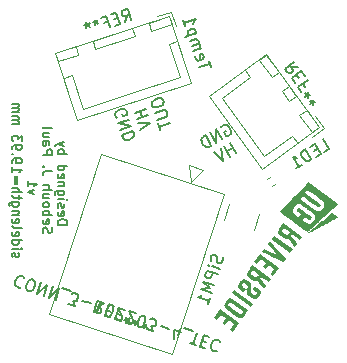
<source format=gbr>
%TF.GenerationSoftware,KiCad,Pcbnew,(6.0.8-1)-1*%
%TF.CreationDate,2022-11-16T20:22:44-05:00*%
%TF.ProjectId,Untitled,556e7469-746c-4656-942e-6b696361645f,rev?*%
%TF.SameCoordinates,Original*%
%TF.FileFunction,Legend,Bot*%
%TF.FilePolarity,Positive*%
%FSLAX46Y46*%
G04 Gerber Fmt 4.6, Leading zero omitted, Abs format (unit mm)*
G04 Created by KiCad (PCBNEW (6.0.8-1)-1) date 2022-11-16 20:22:44*
%MOMM*%
%LPD*%
G01*
G04 APERTURE LIST*
%ADD10C,0.150000*%
%ADD11C,0.120000*%
G04 APERTURE END LIST*
D10*
X94570095Y-61471428D02*
X95370095Y-61471428D01*
X95370095Y-61280952D01*
X95332000Y-61166666D01*
X95255809Y-61090476D01*
X95179619Y-61052380D01*
X95027238Y-61014285D01*
X94912952Y-61014285D01*
X94760571Y-61052380D01*
X94684380Y-61090476D01*
X94608190Y-61166666D01*
X94570095Y-61280952D01*
X94570095Y-61471428D01*
X94608190Y-60366666D02*
X94570095Y-60442857D01*
X94570095Y-60595238D01*
X94608190Y-60671428D01*
X94684380Y-60709523D01*
X94989142Y-60709523D01*
X95065333Y-60671428D01*
X95103428Y-60595238D01*
X95103428Y-60442857D01*
X95065333Y-60366666D01*
X94989142Y-60328571D01*
X94912952Y-60328571D01*
X94836761Y-60709523D01*
X94608190Y-60023809D02*
X94570095Y-59947619D01*
X94570095Y-59795238D01*
X94608190Y-59719047D01*
X94684380Y-59680952D01*
X94722476Y-59680952D01*
X94798666Y-59719047D01*
X94836761Y-59795238D01*
X94836761Y-59909523D01*
X94874857Y-59985714D01*
X94951047Y-60023809D01*
X94989142Y-60023809D01*
X95065333Y-59985714D01*
X95103428Y-59909523D01*
X95103428Y-59795238D01*
X95065333Y-59719047D01*
X94570095Y-59338095D02*
X95103428Y-59338095D01*
X95370095Y-59338095D02*
X95332000Y-59376190D01*
X95293904Y-59338095D01*
X95332000Y-59300000D01*
X95370095Y-59338095D01*
X95293904Y-59338095D01*
X95103428Y-58614285D02*
X94455809Y-58614285D01*
X94379619Y-58652380D01*
X94341523Y-58690476D01*
X94303428Y-58766666D01*
X94303428Y-58880952D01*
X94341523Y-58957142D01*
X94608190Y-58614285D02*
X94570095Y-58690476D01*
X94570095Y-58842857D01*
X94608190Y-58919047D01*
X94646285Y-58957142D01*
X94722476Y-58995238D01*
X94951047Y-58995238D01*
X95027238Y-58957142D01*
X95065333Y-58919047D01*
X95103428Y-58842857D01*
X95103428Y-58690476D01*
X95065333Y-58614285D01*
X95103428Y-58233333D02*
X94570095Y-58233333D01*
X95027238Y-58233333D02*
X95065333Y-58195238D01*
X95103428Y-58119047D01*
X95103428Y-58004761D01*
X95065333Y-57928571D01*
X94989142Y-57890476D01*
X94570095Y-57890476D01*
X94608190Y-57204761D02*
X94570095Y-57280952D01*
X94570095Y-57433333D01*
X94608190Y-57509523D01*
X94684380Y-57547619D01*
X94989142Y-57547619D01*
X95065333Y-57509523D01*
X95103428Y-57433333D01*
X95103428Y-57280952D01*
X95065333Y-57204761D01*
X94989142Y-57166666D01*
X94912952Y-57166666D01*
X94836761Y-57547619D01*
X94570095Y-56480952D02*
X95370095Y-56480952D01*
X94608190Y-56480952D02*
X94570095Y-56557142D01*
X94570095Y-56709523D01*
X94608190Y-56785714D01*
X94646285Y-56823809D01*
X94722476Y-56861904D01*
X94951047Y-56861904D01*
X95027238Y-56823809D01*
X95065333Y-56785714D01*
X95103428Y-56709523D01*
X95103428Y-56557142D01*
X95065333Y-56480952D01*
X94570095Y-55490476D02*
X95370095Y-55490476D01*
X95065333Y-55490476D02*
X95103428Y-55414285D01*
X95103428Y-55261904D01*
X95065333Y-55185714D01*
X95027238Y-55147619D01*
X94951047Y-55109523D01*
X94722476Y-55109523D01*
X94646285Y-55147619D01*
X94608190Y-55185714D01*
X94570095Y-55261904D01*
X94570095Y-55414285D01*
X94608190Y-55490476D01*
X95103428Y-54842857D02*
X94570095Y-54652380D01*
X95103428Y-54461904D02*
X94570095Y-54652380D01*
X94379619Y-54728571D01*
X94341523Y-54766666D01*
X94303428Y-54842857D01*
X93320190Y-62157142D02*
X93282095Y-62042857D01*
X93282095Y-61852380D01*
X93320190Y-61776190D01*
X93358285Y-61738095D01*
X93434476Y-61700000D01*
X93510666Y-61700000D01*
X93586857Y-61738095D01*
X93624952Y-61776190D01*
X93663047Y-61852380D01*
X93701142Y-62004761D01*
X93739238Y-62080952D01*
X93777333Y-62119047D01*
X93853523Y-62157142D01*
X93929714Y-62157142D01*
X94005904Y-62119047D01*
X94044000Y-62080952D01*
X94082095Y-62004761D01*
X94082095Y-61814285D01*
X94044000Y-61700000D01*
X93320190Y-61052380D02*
X93282095Y-61128571D01*
X93282095Y-61280952D01*
X93320190Y-61357142D01*
X93396380Y-61395238D01*
X93701142Y-61395238D01*
X93777333Y-61357142D01*
X93815428Y-61280952D01*
X93815428Y-61128571D01*
X93777333Y-61052380D01*
X93701142Y-61014285D01*
X93624952Y-61014285D01*
X93548761Y-61395238D01*
X93282095Y-60671428D02*
X94082095Y-60671428D01*
X93777333Y-60671428D02*
X93815428Y-60595238D01*
X93815428Y-60442857D01*
X93777333Y-60366666D01*
X93739238Y-60328571D01*
X93663047Y-60290476D01*
X93434476Y-60290476D01*
X93358285Y-60328571D01*
X93320190Y-60366666D01*
X93282095Y-60442857D01*
X93282095Y-60595238D01*
X93320190Y-60671428D01*
X93282095Y-59833333D02*
X93320190Y-59909523D01*
X93358285Y-59947619D01*
X93434476Y-59985714D01*
X93663047Y-59985714D01*
X93739238Y-59947619D01*
X93777333Y-59909523D01*
X93815428Y-59833333D01*
X93815428Y-59719047D01*
X93777333Y-59642857D01*
X93739238Y-59604761D01*
X93663047Y-59566666D01*
X93434476Y-59566666D01*
X93358285Y-59604761D01*
X93320190Y-59642857D01*
X93282095Y-59719047D01*
X93282095Y-59833333D01*
X93815428Y-58880952D02*
X93282095Y-58880952D01*
X93815428Y-59223809D02*
X93396380Y-59223809D01*
X93320190Y-59185714D01*
X93282095Y-59109523D01*
X93282095Y-58995238D01*
X93320190Y-58919047D01*
X93358285Y-58880952D01*
X93282095Y-58500000D02*
X94082095Y-58500000D01*
X93282095Y-58157142D02*
X93701142Y-58157142D01*
X93777333Y-58195238D01*
X93815428Y-58271428D01*
X93815428Y-58385714D01*
X93777333Y-58461904D01*
X93739238Y-58500000D01*
X94082095Y-56938095D02*
X93510666Y-56938095D01*
X93396380Y-56976190D01*
X93320190Y-57052380D01*
X93282095Y-57166666D01*
X93282095Y-57242857D01*
X93358285Y-56557142D02*
X93320190Y-56519047D01*
X93282095Y-56557142D01*
X93320190Y-56595238D01*
X93358285Y-56557142D01*
X93282095Y-56557142D01*
X93282095Y-55566666D02*
X94082095Y-55566666D01*
X94082095Y-55261904D01*
X94044000Y-55185714D01*
X94005904Y-55147619D01*
X93929714Y-55109523D01*
X93815428Y-55109523D01*
X93739238Y-55147619D01*
X93701142Y-55185714D01*
X93663047Y-55261904D01*
X93663047Y-55566666D01*
X93282095Y-54423809D02*
X93701142Y-54423809D01*
X93777333Y-54461904D01*
X93815428Y-54538095D01*
X93815428Y-54690476D01*
X93777333Y-54766666D01*
X93320190Y-54423809D02*
X93282095Y-54500000D01*
X93282095Y-54690476D01*
X93320190Y-54766666D01*
X93396380Y-54804761D01*
X93472571Y-54804761D01*
X93548761Y-54766666D01*
X93586857Y-54690476D01*
X93586857Y-54500000D01*
X93624952Y-54423809D01*
X93815428Y-53700000D02*
X93282095Y-53700000D01*
X93815428Y-54042857D02*
X93396380Y-54042857D01*
X93320190Y-54004761D01*
X93282095Y-53928571D01*
X93282095Y-53814285D01*
X93320190Y-53738095D01*
X93358285Y-53700000D01*
X93282095Y-53204761D02*
X93320190Y-53280952D01*
X93396380Y-53319047D01*
X94082095Y-53319047D01*
X92527428Y-58880952D02*
X91994095Y-58690476D01*
X92527428Y-58500000D01*
X91994095Y-57776190D02*
X91994095Y-58233333D01*
X91994095Y-58004761D02*
X92794095Y-58004761D01*
X92679809Y-58080952D01*
X92603619Y-58157142D01*
X92565523Y-58233333D01*
X90744190Y-64214285D02*
X90706095Y-64138095D01*
X90706095Y-63985714D01*
X90744190Y-63909523D01*
X90820380Y-63871428D01*
X90858476Y-63871428D01*
X90934666Y-63909523D01*
X90972761Y-63985714D01*
X90972761Y-64100000D01*
X91010857Y-64176190D01*
X91087047Y-64214285D01*
X91125142Y-64214285D01*
X91201333Y-64176190D01*
X91239428Y-64100000D01*
X91239428Y-63985714D01*
X91201333Y-63909523D01*
X90706095Y-63528571D02*
X91239428Y-63528571D01*
X91506095Y-63528571D02*
X91468000Y-63566666D01*
X91429904Y-63528571D01*
X91468000Y-63490476D01*
X91506095Y-63528571D01*
X91429904Y-63528571D01*
X90706095Y-62804761D02*
X91506095Y-62804761D01*
X90744190Y-62804761D02*
X90706095Y-62880952D01*
X90706095Y-63033333D01*
X90744190Y-63109523D01*
X90782285Y-63147619D01*
X90858476Y-63185714D01*
X91087047Y-63185714D01*
X91163238Y-63147619D01*
X91201333Y-63109523D01*
X91239428Y-63033333D01*
X91239428Y-62880952D01*
X91201333Y-62804761D01*
X90744190Y-62119047D02*
X90706095Y-62195238D01*
X90706095Y-62347619D01*
X90744190Y-62423809D01*
X90820380Y-62461904D01*
X91125142Y-62461904D01*
X91201333Y-62423809D01*
X91239428Y-62347619D01*
X91239428Y-62195238D01*
X91201333Y-62119047D01*
X91125142Y-62080952D01*
X91048952Y-62080952D01*
X90972761Y-62461904D01*
X90706095Y-61623809D02*
X90744190Y-61700000D01*
X90820380Y-61738095D01*
X91506095Y-61738095D01*
X90744190Y-61014285D02*
X90706095Y-61090476D01*
X90706095Y-61242857D01*
X90744190Y-61319047D01*
X90820380Y-61357142D01*
X91125142Y-61357142D01*
X91201333Y-61319047D01*
X91239428Y-61242857D01*
X91239428Y-61090476D01*
X91201333Y-61014285D01*
X91125142Y-60976190D01*
X91048952Y-60976190D01*
X90972761Y-61357142D01*
X91239428Y-60633333D02*
X90706095Y-60633333D01*
X91163238Y-60633333D02*
X91201333Y-60595238D01*
X91239428Y-60519047D01*
X91239428Y-60404761D01*
X91201333Y-60328571D01*
X91125142Y-60290476D01*
X90706095Y-60290476D01*
X91239428Y-59566666D02*
X90591809Y-59566666D01*
X90515619Y-59604761D01*
X90477523Y-59642857D01*
X90439428Y-59719047D01*
X90439428Y-59833333D01*
X90477523Y-59909523D01*
X90744190Y-59566666D02*
X90706095Y-59642857D01*
X90706095Y-59795238D01*
X90744190Y-59871428D01*
X90782285Y-59909523D01*
X90858476Y-59947619D01*
X91087047Y-59947619D01*
X91163238Y-59909523D01*
X91201333Y-59871428D01*
X91239428Y-59795238D01*
X91239428Y-59642857D01*
X91201333Y-59566666D01*
X91239428Y-59300000D02*
X91239428Y-58995238D01*
X91506095Y-59185714D02*
X90820380Y-59185714D01*
X90744190Y-59147619D01*
X90706095Y-59071428D01*
X90706095Y-58995238D01*
X90706095Y-58728571D02*
X91506095Y-58728571D01*
X90706095Y-58385714D02*
X91125142Y-58385714D01*
X91201333Y-58423809D01*
X91239428Y-58500000D01*
X91239428Y-58614285D01*
X91201333Y-58690476D01*
X91163238Y-58728571D01*
X91125142Y-58004761D02*
X91125142Y-57395238D01*
X90896571Y-57395238D02*
X90896571Y-58004761D01*
X90706095Y-56595238D02*
X90706095Y-57052380D01*
X90706095Y-56823809D02*
X91506095Y-56823809D01*
X91391809Y-56900000D01*
X91315619Y-56976190D01*
X91277523Y-57052380D01*
X90706095Y-56214285D02*
X90706095Y-56061904D01*
X90744190Y-55985714D01*
X90782285Y-55947619D01*
X90896571Y-55871428D01*
X91048952Y-55833333D01*
X91353714Y-55833333D01*
X91429904Y-55871428D01*
X91468000Y-55909523D01*
X91506095Y-55985714D01*
X91506095Y-56138095D01*
X91468000Y-56214285D01*
X91429904Y-56252380D01*
X91353714Y-56290476D01*
X91163238Y-56290476D01*
X91087047Y-56252380D01*
X91048952Y-56214285D01*
X91010857Y-56138095D01*
X91010857Y-55985714D01*
X91048952Y-55909523D01*
X91087047Y-55871428D01*
X91163238Y-55833333D01*
X90782285Y-55490476D02*
X90744190Y-55452380D01*
X90706095Y-55490476D01*
X90744190Y-55528571D01*
X90782285Y-55490476D01*
X90706095Y-55490476D01*
X90706095Y-55071428D02*
X90706095Y-54919047D01*
X90744190Y-54842857D01*
X90782285Y-54804761D01*
X90896571Y-54728571D01*
X91048952Y-54690476D01*
X91353714Y-54690476D01*
X91429904Y-54728571D01*
X91468000Y-54766666D01*
X91506095Y-54842857D01*
X91506095Y-54995238D01*
X91468000Y-55071428D01*
X91429904Y-55109523D01*
X91353714Y-55147619D01*
X91163238Y-55147619D01*
X91087047Y-55109523D01*
X91048952Y-55071428D01*
X91010857Y-54995238D01*
X91010857Y-54842857D01*
X91048952Y-54766666D01*
X91087047Y-54728571D01*
X91163238Y-54690476D01*
X91506095Y-54423809D02*
X91506095Y-53928571D01*
X91201333Y-54195238D01*
X91201333Y-54080952D01*
X91163238Y-54004761D01*
X91125142Y-53966666D01*
X91048952Y-53928571D01*
X90858476Y-53928571D01*
X90782285Y-53966666D01*
X90744190Y-54004761D01*
X90706095Y-54080952D01*
X90706095Y-54309523D01*
X90744190Y-54385714D01*
X90782285Y-54423809D01*
X90706095Y-52976190D02*
X91239428Y-52976190D01*
X91163238Y-52976190D02*
X91201333Y-52938095D01*
X91239428Y-52861904D01*
X91239428Y-52747619D01*
X91201333Y-52671428D01*
X91125142Y-52633333D01*
X90706095Y-52633333D01*
X91125142Y-52633333D02*
X91201333Y-52595238D01*
X91239428Y-52519047D01*
X91239428Y-52404761D01*
X91201333Y-52328571D01*
X91125142Y-52290476D01*
X90706095Y-52290476D01*
X90706095Y-51909523D02*
X91239428Y-51909523D01*
X91163238Y-51909523D02*
X91201333Y-51871428D01*
X91239428Y-51795238D01*
X91239428Y-51680952D01*
X91201333Y-51604761D01*
X91125142Y-51566666D01*
X90706095Y-51566666D01*
X91125142Y-51566666D02*
X91201333Y-51528571D01*
X91239428Y-51452380D01*
X91239428Y-51338095D01*
X91201333Y-51261904D01*
X91125142Y-51223809D01*
X90706095Y-51223809D01*
X117095314Y-55332249D02*
X117507707Y-55094154D01*
X117007707Y-54228128D01*
X116544734Y-55045283D02*
X116256059Y-55211950D01*
X116394245Y-55737011D02*
X116806639Y-55498916D01*
X116306639Y-54632890D01*
X115894245Y-54870986D01*
X116023092Y-55951297D02*
X115523092Y-55085271D01*
X115316895Y-55204319D01*
X115216987Y-55316987D01*
X115182127Y-55447084D01*
X115188507Y-55553373D01*
X115242506Y-55742139D01*
X115313934Y-55865857D01*
X115450412Y-56007005D01*
X115539270Y-56065674D01*
X115669368Y-56100534D01*
X115816895Y-56070344D01*
X116023092Y-55951297D01*
X114703434Y-56713201D02*
X115198306Y-56427487D01*
X114950870Y-56570344D02*
X114450870Y-55704319D01*
X114604777Y-55780418D01*
X114734875Y-55815277D01*
X114841163Y-55808898D01*
X99557829Y-52427411D02*
X99483110Y-52351549D01*
X99438965Y-52215684D01*
X99440108Y-52065103D01*
X99501255Y-51945096D01*
X99577116Y-51870378D01*
X99743555Y-51766229D01*
X99879420Y-51722084D01*
X100075289Y-51708512D01*
X100180581Y-51724370D01*
X100300588Y-51785516D01*
X100390021Y-51906667D01*
X100419452Y-51997243D01*
X100418308Y-52147824D01*
X100387735Y-52207827D01*
X100070716Y-52310833D01*
X100011856Y-52129679D01*
X100610748Y-52585993D02*
X99659691Y-52895010D01*
X100787329Y-53129454D01*
X99836272Y-53438471D01*
X100934480Y-53582338D02*
X99983423Y-53891355D01*
X100056999Y-54117797D01*
X100146433Y-54238947D01*
X100266440Y-54300093D01*
X100371731Y-54315952D01*
X100567600Y-54302380D01*
X100703465Y-54258234D01*
X100869904Y-54154086D01*
X100945766Y-54079367D01*
X101006912Y-53959360D01*
X101008055Y-53808780D01*
X100934480Y-53582338D01*
X102009513Y-51680880D02*
X101058456Y-51989897D01*
X101511340Y-51842746D02*
X101687922Y-52386207D01*
X102186094Y-52224341D02*
X101235038Y-52533358D01*
X101338043Y-52850377D02*
X102392105Y-52858379D01*
X101544055Y-53484414D01*
X102501367Y-51220650D02*
X102560227Y-51401803D01*
X102634946Y-51477665D01*
X102754953Y-51538812D01*
X102950822Y-51525240D01*
X103267840Y-51422234D01*
X103434279Y-51318085D01*
X103495426Y-51198078D01*
X103511284Y-51092786D01*
X103452423Y-50911633D01*
X103377705Y-50835771D01*
X103257698Y-50774624D01*
X103061829Y-50788196D01*
X102744810Y-50891202D01*
X102578372Y-50995351D01*
X102517225Y-51115358D01*
X102501367Y-51220650D01*
X102766239Y-52035841D02*
X103536141Y-51785684D01*
X103641433Y-51801542D01*
X103701437Y-51832116D01*
X103776155Y-51907978D01*
X103835016Y-52089131D01*
X103819158Y-52194423D01*
X103788584Y-52254427D01*
X103712723Y-52329145D01*
X102942820Y-52579302D01*
X103045825Y-52896321D02*
X103222406Y-53439781D01*
X104085172Y-52859034D02*
X103134116Y-53168051D01*
X108525058Y-64255032D02*
X108526201Y-64405612D01*
X108452625Y-64632055D01*
X108377907Y-64707916D01*
X108317903Y-64738490D01*
X108212611Y-64754348D01*
X108122034Y-64724918D01*
X108046173Y-64650199D01*
X108015599Y-64590195D01*
X107999741Y-64484904D01*
X108013313Y-64289035D01*
X107997455Y-64183743D01*
X107966882Y-64123739D01*
X107891020Y-64049021D01*
X107800443Y-64019591D01*
X107695151Y-64035449D01*
X107635148Y-64066022D01*
X107560429Y-64141884D01*
X107486854Y-64368326D01*
X107487997Y-64518906D01*
X108261329Y-65220804D02*
X107627291Y-65014792D01*
X107310272Y-64911787D02*
X107370276Y-64881213D01*
X107400849Y-64941217D01*
X107340846Y-64971790D01*
X107310272Y-64911787D01*
X107400849Y-64941217D01*
X108114178Y-65673688D02*
X107163122Y-65364671D01*
X107045401Y-65726978D01*
X107061259Y-65832270D01*
X107091832Y-65892273D01*
X107167694Y-65966992D01*
X107303559Y-66011137D01*
X107408851Y-65995279D01*
X107468855Y-65964706D01*
X107543573Y-65888844D01*
X107661294Y-65526537D01*
X107805161Y-66624744D02*
X106854105Y-66315727D01*
X107430425Y-66853473D01*
X106648093Y-66949765D01*
X107599150Y-67258782D01*
X107290133Y-68209839D02*
X107466714Y-67666378D01*
X107378423Y-67938108D02*
X106427367Y-67629091D01*
X106592662Y-67582660D01*
X106712669Y-67521513D01*
X106787388Y-67445651D01*
X108407328Y-53188884D02*
X108465997Y-53100026D01*
X108589715Y-53028597D01*
X108737243Y-52998408D01*
X108867340Y-53033268D01*
X108956199Y-53091937D01*
X109092676Y-53233085D01*
X109164105Y-53356802D01*
X109218104Y-53545569D01*
X109224483Y-53651857D01*
X109189624Y-53781955D01*
X109089715Y-53894623D01*
X109007237Y-53942242D01*
X108859709Y-53972431D01*
X108794661Y-53955001D01*
X108627994Y-53666326D01*
X108792951Y-53571088D01*
X108471126Y-54251766D02*
X107971126Y-53385740D01*
X107976254Y-54537480D01*
X107476254Y-53671455D01*
X107563861Y-54775575D02*
X107063861Y-53909550D01*
X106857665Y-54028597D01*
X106757756Y-54141265D01*
X106722897Y-54271363D01*
X106729276Y-54377651D01*
X106783275Y-54566418D01*
X106854704Y-54690136D01*
X106991181Y-54831284D01*
X107080039Y-54889953D01*
X107210137Y-54924812D01*
X107357665Y-54894623D01*
X107563861Y-54775575D01*
X109647280Y-55431781D02*
X109147280Y-54565756D01*
X109385375Y-54978149D02*
X108890503Y-55263863D01*
X109152408Y-55717495D02*
X108652408Y-54851470D01*
X108363733Y-55018137D02*
X108575058Y-56050829D01*
X107786382Y-55351470D01*
X107534498Y-48127264D02*
X107357917Y-47583803D01*
X106495151Y-48164550D02*
X107446208Y-47855533D01*
X106231423Y-47198779D02*
X106215564Y-47304070D01*
X106274425Y-47485224D01*
X106349143Y-47561086D01*
X106454435Y-47576944D01*
X106816743Y-47459223D01*
X106892604Y-47384505D01*
X106908462Y-47279213D01*
X106849602Y-47098059D01*
X106774883Y-47022197D01*
X106669592Y-47006339D01*
X106579015Y-47035769D01*
X106635589Y-47518084D01*
X106038983Y-46760610D02*
X106673021Y-46554598D01*
X106582444Y-46584028D02*
X106613017Y-46524025D01*
X106628876Y-46418733D01*
X106584730Y-46282868D01*
X106510012Y-46207006D01*
X106404720Y-46191148D01*
X105906547Y-46353014D01*
X106404720Y-46191148D02*
X106480582Y-46116429D01*
X106496440Y-46011137D01*
X106452294Y-45875272D01*
X106377576Y-45799410D01*
X106272284Y-45783552D01*
X105774112Y-45945418D01*
X106260998Y-45286523D02*
X105309942Y-45595540D01*
X106215710Y-45301238D02*
X106231568Y-45195946D01*
X106172708Y-45014792D01*
X106097989Y-44938931D01*
X106037986Y-44908357D01*
X105932694Y-44892499D01*
X105660963Y-44980790D01*
X105585102Y-45055508D01*
X105554528Y-45115512D01*
X105538670Y-45220804D01*
X105597530Y-45401957D01*
X105672249Y-45477819D01*
X105185508Y-44133882D02*
X105362089Y-44677343D01*
X105273798Y-44405612D02*
X106224855Y-44096595D01*
X106118420Y-44231318D01*
X106057273Y-44351325D01*
X106041415Y-44456616D01*
%TO.C,REF\u002A\u002A*%
X100233216Y-44342662D02*
X100403084Y-43786772D01*
X100776677Y-44166081D02*
X100467660Y-43215024D01*
X100105353Y-43332745D01*
X100029491Y-43407463D01*
X99998918Y-43467467D01*
X99983060Y-43572759D01*
X100027205Y-43708624D01*
X100101924Y-43784486D01*
X100161927Y-43815059D01*
X100267219Y-43830917D01*
X100629526Y-43713196D01*
X99663755Y-43976925D02*
X99346736Y-44079931D01*
X99372737Y-44622248D02*
X99825621Y-44475098D01*
X99516604Y-43524041D01*
X99063720Y-43671192D01*
X98486256Y-44359518D02*
X98803275Y-44256512D01*
X98965141Y-44754684D02*
X98656124Y-43803628D01*
X98203240Y-43950779D01*
X97705067Y-44112645D02*
X97778643Y-44339087D01*
X97975655Y-44174935D02*
X97778643Y-44339087D01*
X97522771Y-44322086D01*
X97973368Y-44476095D02*
X97778643Y-44339087D01*
X97701638Y-44564386D01*
X96980453Y-44348086D02*
X97054028Y-44574528D01*
X97251040Y-44410376D02*
X97054028Y-44574528D01*
X96798156Y-44557527D01*
X97248754Y-44711537D02*
X97054028Y-44574528D01*
X96977024Y-44799827D01*
X98461201Y-68100645D02*
X97997031Y-68450523D01*
X97917740Y-67924064D02*
X97608723Y-68875120D01*
X97971030Y-68992841D01*
X98076322Y-68976983D01*
X98136325Y-68946410D01*
X98211044Y-68870548D01*
X98255189Y-68734683D01*
X98239331Y-68629391D01*
X98208758Y-68569387D01*
X98132896Y-68494669D01*
X97770589Y-68376948D01*
X98706930Y-68731253D02*
X99023949Y-68834259D01*
X99321680Y-68380232D02*
X98868796Y-68233081D01*
X98559779Y-69184137D01*
X99012663Y-69331288D01*
X99884429Y-69113846D02*
X99567410Y-69010840D01*
X99729276Y-68512668D02*
X99420259Y-69463724D01*
X99873143Y-69610875D01*
X100371315Y-69772741D02*
X100444891Y-69546299D01*
X100189019Y-69563300D02*
X100444891Y-69546299D01*
X100641903Y-69710451D01*
X100367886Y-69321000D02*
X100444891Y-69546299D01*
X100639616Y-69409291D01*
X101095930Y-70008183D02*
X101169505Y-69781741D01*
X100913633Y-69798742D02*
X101169505Y-69781741D01*
X101366517Y-69945893D01*
X101092501Y-69556442D02*
X101169505Y-69781741D01*
X101364231Y-69644732D01*
X91706442Y-66006030D02*
X91675869Y-65946027D01*
X91554719Y-65856593D01*
X91464142Y-65827163D01*
X91313562Y-65828306D01*
X91193555Y-65889453D01*
X91118836Y-65965314D01*
X91014687Y-66131753D01*
X90970542Y-66267618D01*
X90956970Y-66463487D01*
X90972828Y-66568779D01*
X91033975Y-66688786D01*
X91155125Y-66778219D01*
X91245702Y-66807650D01*
X91396282Y-66806506D01*
X91456286Y-66775933D01*
X92015605Y-67057806D02*
X92196758Y-67116667D01*
X92302050Y-67100808D01*
X92422057Y-67039662D01*
X92526206Y-66873223D01*
X92629212Y-66556204D01*
X92642784Y-66360336D01*
X92581637Y-66240329D01*
X92505775Y-66165610D01*
X92324622Y-66106750D01*
X92219330Y-66122608D01*
X92099323Y-66183754D01*
X91995174Y-66350193D01*
X91892168Y-66667212D01*
X91878596Y-66863081D01*
X91939743Y-66983088D01*
X92015605Y-67057806D01*
X93139813Y-66371621D02*
X92830796Y-67322678D01*
X93683274Y-66548202D01*
X93374257Y-67499259D01*
X94136158Y-66695353D02*
X93827141Y-67646410D01*
X94679619Y-66871935D01*
X94370602Y-67822991D01*
X94935491Y-66854933D02*
X95660105Y-67090375D01*
X95457523Y-68176153D02*
X96046273Y-68367450D01*
X95846975Y-67902137D01*
X95982840Y-67946282D01*
X96088132Y-67930424D01*
X96148135Y-67899850D01*
X96222854Y-67823989D01*
X96296429Y-67597547D01*
X96280571Y-67492255D01*
X96249998Y-67432251D01*
X96174136Y-67357533D01*
X95902406Y-67269242D01*
X95797114Y-67285100D01*
X95737110Y-67315674D01*
X96645165Y-67911136D02*
X97369779Y-68146578D01*
X98438556Y-68093287D02*
X97895095Y-67916706D01*
X98166826Y-68004997D02*
X97857809Y-68956053D01*
X97811377Y-68790758D01*
X97750231Y-68670751D01*
X97674369Y-68596032D01*
X98718289Y-69235640D02*
X98808865Y-69265070D01*
X98914157Y-69249212D01*
X98974161Y-69218639D01*
X99048879Y-69142777D01*
X99153028Y-68976339D01*
X99226604Y-68749897D01*
X99240176Y-68554028D01*
X99224317Y-68448736D01*
X99193744Y-68388732D01*
X99117882Y-68314014D01*
X99027306Y-68284584D01*
X98922014Y-68300442D01*
X98862010Y-68331015D01*
X98787292Y-68406877D01*
X98683143Y-68573315D01*
X98609567Y-68799757D01*
X98595995Y-68995626D01*
X98611854Y-69100918D01*
X98642427Y-69160922D01*
X98718289Y-69235640D01*
X99427045Y-69365790D02*
X99457618Y-69425793D01*
X99533480Y-69500512D01*
X99759922Y-69574087D01*
X99865214Y-69558229D01*
X99925217Y-69527656D01*
X99999936Y-69451794D01*
X100029366Y-69361217D01*
X100028223Y-69210637D01*
X99661343Y-68490595D01*
X100250093Y-68681891D01*
X100332813Y-69660092D02*
X100363386Y-69720095D01*
X100439248Y-69794814D01*
X100665690Y-69868389D01*
X100770982Y-69852531D01*
X100830985Y-69821958D01*
X100905704Y-69746096D01*
X100935134Y-69655519D01*
X100933991Y-69504939D01*
X100567111Y-68784897D01*
X101155861Y-68976193D01*
X101435593Y-70118546D02*
X101526170Y-70147976D01*
X101631462Y-70132118D01*
X101691465Y-70101545D01*
X101766184Y-70025683D01*
X101870333Y-69859244D01*
X101943908Y-69632802D01*
X101957480Y-69436934D01*
X101941622Y-69331642D01*
X101911048Y-69271638D01*
X101835187Y-69196920D01*
X101744610Y-69167489D01*
X101639318Y-69183348D01*
X101579315Y-69213921D01*
X101504596Y-69289783D01*
X101400447Y-69456221D01*
X101326872Y-69682663D01*
X101313300Y-69878532D01*
X101329158Y-69983824D01*
X101359731Y-70043827D01*
X101435593Y-70118546D01*
X102069631Y-70324557D02*
X102658380Y-70515853D01*
X102459082Y-70050541D01*
X102594947Y-70094686D01*
X102700239Y-70078828D01*
X102760242Y-70048254D01*
X102834961Y-69972393D01*
X102908537Y-69745951D01*
X102892678Y-69640659D01*
X102862105Y-69580655D01*
X102786243Y-69505937D01*
X102514513Y-69417646D01*
X102409221Y-69433504D01*
X102349217Y-69464078D01*
X103257272Y-70059540D02*
X103981886Y-70294982D01*
X104754075Y-70846299D02*
X104960087Y-70212261D01*
X104409913Y-71135031D02*
X104404197Y-70382129D01*
X104992946Y-70573425D01*
X105261247Y-70209975D02*
X105985862Y-70445416D01*
X105737991Y-71516480D02*
X106281452Y-71693061D01*
X106318739Y-70653714D02*
X106009722Y-71604770D01*
X106745622Y-71343183D02*
X107062641Y-71446188D01*
X107360372Y-70992161D02*
X106907488Y-70845010D01*
X106598471Y-71796067D01*
X107051355Y-71943218D01*
X108281999Y-71391755D02*
X108251425Y-71331751D01*
X108130275Y-71242318D01*
X108039698Y-71212888D01*
X107889118Y-71214031D01*
X107769111Y-71275177D01*
X107694392Y-71351039D01*
X107590244Y-71517478D01*
X107546098Y-71653343D01*
X107532526Y-71849211D01*
X107548385Y-71954503D01*
X107609531Y-72074510D01*
X107730681Y-72163944D01*
X107821258Y-72193374D01*
X107971838Y-72192231D01*
X108031842Y-72161658D01*
X101835943Y-70248627D02*
X101909518Y-70022185D01*
X101653646Y-70039186D02*
X101909518Y-70022185D01*
X102106530Y-70186337D01*
X101832514Y-69796886D02*
X101909518Y-70022185D01*
X102104244Y-69885177D01*
X114919549Y-48157498D02*
X114338374Y-48167724D01*
X114583671Y-47695203D02*
X113774654Y-48282988D01*
X113998573Y-48591185D01*
X114093077Y-48640245D01*
X114159591Y-48650779D01*
X114264630Y-48633324D01*
X114380204Y-48549355D01*
X114429264Y-48454851D01*
X114439798Y-48388337D01*
X114422343Y-48283298D01*
X114198425Y-47975101D01*
X114747686Y-48812107D02*
X114943614Y-49081780D01*
X115451354Y-48889466D02*
X115171457Y-48504220D01*
X114362440Y-49092005D01*
X114642337Y-49477251D01*
X115475420Y-49813747D02*
X115279492Y-49544075D01*
X115703262Y-49236188D02*
X114894245Y-49823973D01*
X115174143Y-50209219D01*
X115482031Y-50632990D02*
X115674654Y-50493041D01*
X115457656Y-50356397D02*
X115674654Y-50493041D01*
X115737553Y-50741644D01*
X115744783Y-50265508D02*
X115674654Y-50493041D01*
X115912722Y-50496656D01*
X115929867Y-51249384D02*
X116122490Y-51109435D01*
X115905492Y-50972791D02*
X116122490Y-51109435D01*
X116185390Y-51358038D01*
X116192619Y-50881902D02*
X116122490Y-51109435D01*
X116360558Y-51113050D01*
D11*
X102971894Y-43818320D02*
X104160714Y-43432049D01*
X103968102Y-43810071D02*
X104199865Y-44523364D01*
X97500918Y-45911387D02*
X100829616Y-44829827D01*
X97732681Y-46624679D02*
X97500918Y-45911387D01*
X94349831Y-46924722D02*
X103974523Y-43797470D01*
X94594194Y-47644435D02*
X94362432Y-46931143D01*
X101061379Y-45543120D02*
X97732681Y-46624679D01*
X104861698Y-48987328D02*
X100772155Y-50316101D01*
X95771012Y-48839257D02*
X96682612Y-51644874D01*
X100829616Y-44829827D02*
X101061379Y-45543120D01*
X96306096Y-47088205D02*
X94594194Y-47644435D01*
X94362432Y-46931143D02*
X96074333Y-46374912D01*
X103950098Y-46181711D02*
X104861698Y-48987328D01*
X96074333Y-46374912D02*
X96306096Y-47088205D01*
X95057720Y-49071020D02*
X95771012Y-48839257D01*
X104199865Y-44523364D02*
X102487963Y-45079594D01*
X105819354Y-49475278D02*
X96194662Y-52602530D01*
X104160714Y-43432049D02*
X104546986Y-44620870D01*
X102487963Y-45079594D02*
X102256201Y-44366302D01*
X96682612Y-51644874D02*
X100772155Y-50316101D01*
X104663391Y-45949948D02*
X103950098Y-46181711D01*
X96194662Y-52602530D02*
X94349831Y-46924722D01*
X103974523Y-43797470D02*
X105819354Y-49475278D01*
X102256201Y-44366302D02*
X103968102Y-43810071D01*
X105647572Y-56462737D02*
X105859042Y-57866805D01*
X93822785Y-69018815D02*
X98210393Y-55515144D01*
X105859042Y-57866805D02*
X106855414Y-56855189D01*
X104210224Y-72393899D02*
X93822785Y-69018815D01*
X108597832Y-58890228D02*
X104210224Y-72393899D01*
X98210393Y-55515144D02*
X108597832Y-58890228D01*
X106855414Y-56855189D02*
X105647572Y-56462737D01*
X112252343Y-57582881D02*
X112500940Y-57402266D01*
X112699060Y-58197734D02*
X112947657Y-58017119D01*
X108586774Y-61056178D02*
X109026352Y-59703296D01*
X111173648Y-61896704D02*
X111613226Y-60543822D01*
X115016168Y-52207528D02*
X115622931Y-51766689D01*
X110834327Y-49003670D02*
X108447727Y-50737636D01*
X114860656Y-54545436D02*
X114419817Y-53938674D01*
X107386157Y-50569500D02*
X112215988Y-47060422D01*
X114134490Y-50994002D02*
X113546705Y-50184985D01*
X116074181Y-53663758D02*
X115016168Y-52207528D01*
X114419817Y-53938674D02*
X112033217Y-55672640D01*
X111607013Y-47515229D02*
X112213776Y-47074390D01*
X117099985Y-53289289D02*
X116088713Y-54024021D01*
X112033217Y-55672640D02*
X110240472Y-53205138D01*
X114741253Y-50553163D02*
X114134490Y-50994002D01*
X112213776Y-47074390D02*
X113271790Y-48530621D01*
X116680944Y-53222919D02*
X116074181Y-53663758D01*
X115622931Y-51766689D02*
X116680944Y-53222919D01*
X116365253Y-52278018D02*
X117099985Y-53289289D01*
X113271790Y-48530621D02*
X112665027Y-48971460D01*
X112665027Y-48971460D02*
X111607013Y-47515229D01*
X116694912Y-53225132D02*
X111865081Y-56734210D01*
X113546705Y-50184985D02*
X114153467Y-49744146D01*
X114153467Y-49744146D02*
X114741253Y-50553163D01*
X112215988Y-47060422D02*
X116694912Y-53225132D01*
X110393488Y-48396907D02*
X110834327Y-49003670D01*
X111865081Y-56734210D02*
X107386157Y-50569500D01*
X108447727Y-50737636D02*
X110240472Y-53205138D01*
%TO.C,G\u002A\u002A\u002A*%
G36*
X110406520Y-66103095D02*
G01*
X110476613Y-66123520D01*
X110484991Y-66127084D01*
X110502757Y-66136076D01*
X110524561Y-66148958D01*
X110551940Y-66166742D01*
X110586425Y-66190441D01*
X110629550Y-66221066D01*
X110682850Y-66259631D01*
X110720249Y-66286940D01*
X110767184Y-66321683D01*
X110804537Y-66350236D01*
X110833798Y-66373957D01*
X110856457Y-66394208D01*
X110874008Y-66412349D01*
X110887937Y-66429740D01*
X110899739Y-66447741D01*
X110910902Y-66467713D01*
X110913010Y-66471748D01*
X110926778Y-66502086D01*
X110937415Y-66534441D01*
X110944978Y-66570371D01*
X110949527Y-66611437D01*
X110951120Y-66659199D01*
X110949820Y-66715217D01*
X110945681Y-66781051D01*
X110938765Y-66858259D01*
X110929131Y-66948405D01*
X110926716Y-66970406D01*
X110921273Y-67025759D01*
X110917221Y-67075997D01*
X110914710Y-67118747D01*
X110913893Y-67151639D01*
X110914919Y-67172300D01*
X110915420Y-67175655D01*
X110920461Y-67200269D01*
X110928395Y-67221868D01*
X110940800Y-67242288D01*
X110959257Y-67263369D01*
X110985345Y-67286947D01*
X111020643Y-67314861D01*
X111066731Y-67348948D01*
X111070708Y-67351838D01*
X111107703Y-67378593D01*
X111135375Y-67398079D01*
X111156075Y-67411612D01*
X111172154Y-67420504D01*
X111185965Y-67426071D01*
X111199856Y-67429626D01*
X111216182Y-67432484D01*
X111249893Y-67434131D01*
X111292892Y-67424007D01*
X111332090Y-67399897D01*
X111366878Y-67362083D01*
X111386825Y-67329164D01*
X111401454Y-67284358D01*
X111401629Y-67240085D01*
X111387266Y-67197007D01*
X111366811Y-67157098D01*
X111082800Y-66950752D01*
X111273374Y-66688450D01*
X111445962Y-66813842D01*
X111476108Y-66835859D01*
X111526635Y-66873350D01*
X111570075Y-66906377D01*
X111605170Y-66933958D01*
X111630658Y-66955115D01*
X111645285Y-66968870D01*
X111672120Y-67001946D01*
X111707299Y-67062284D01*
X111728343Y-67126553D01*
X111735245Y-67194558D01*
X111727989Y-67266107D01*
X111706567Y-67341009D01*
X111670969Y-67419069D01*
X111657859Y-67441731D01*
X111630677Y-67483058D01*
X111597874Y-67528248D01*
X111562076Y-67573989D01*
X111525908Y-67616973D01*
X111491990Y-67653889D01*
X111462949Y-67681429D01*
X111450985Y-67691287D01*
X111388067Y-67734553D01*
X111324740Y-67763360D01*
X111260106Y-67777930D01*
X111193267Y-67778484D01*
X111123324Y-67765245D01*
X111121470Y-67764723D01*
X111108539Y-67760745D01*
X111095832Y-67755853D01*
X111081823Y-67749090D01*
X111064986Y-67739497D01*
X111043795Y-67726116D01*
X111016723Y-67707989D01*
X110982246Y-67684158D01*
X110938838Y-67653664D01*
X110884973Y-67615549D01*
X110848651Y-67589739D01*
X110794403Y-67550751D01*
X110750280Y-67518172D01*
X110714970Y-67490810D01*
X110687168Y-67467470D01*
X110665563Y-67446959D01*
X110648847Y-67428086D01*
X110635711Y-67409656D01*
X110624847Y-67390476D01*
X110614945Y-67369352D01*
X110609455Y-67356163D01*
X110597982Y-67322046D01*
X110589744Y-67285055D01*
X110584707Y-67243538D01*
X110582844Y-67195846D01*
X110584122Y-67140329D01*
X110588512Y-67075338D01*
X110595984Y-66999222D01*
X110606506Y-66910331D01*
X110613633Y-66849101D01*
X110619378Y-66783900D01*
X110621485Y-66730400D01*
X110619887Y-66687145D01*
X110614517Y-66652682D01*
X110605305Y-66625554D01*
X110592184Y-66604310D01*
X110589408Y-66601114D01*
X110572050Y-66584739D01*
X110545975Y-66563129D01*
X110514054Y-66538370D01*
X110479155Y-66512552D01*
X110444146Y-66487762D01*
X110411896Y-66466091D01*
X110385273Y-66449625D01*
X110367146Y-66440455D01*
X110361797Y-66438703D01*
X110334688Y-66433826D01*
X110306994Y-66433408D01*
X110306589Y-66433446D01*
X110268620Y-66444001D01*
X110232707Y-66466348D01*
X110201239Y-66497578D01*
X110176609Y-66534782D01*
X110161207Y-66575051D01*
X110157419Y-66615473D01*
X110158300Y-66626220D01*
X110160826Y-66643430D01*
X110165688Y-66658797D01*
X110174244Y-66673835D01*
X110187852Y-66690066D01*
X110207868Y-66709005D01*
X110235647Y-66732172D01*
X110272549Y-66761083D01*
X110319929Y-66797257D01*
X110457857Y-66902021D01*
X110267283Y-67164324D01*
X110106532Y-67047094D01*
X110074412Y-67023579D01*
X110024514Y-66986424D01*
X109984441Y-66955356D01*
X109952690Y-66928931D01*
X109927754Y-66905699D01*
X109908128Y-66884212D01*
X109892310Y-66863024D01*
X109878792Y-66840687D01*
X109866072Y-66815752D01*
X109865061Y-66813619D01*
X109845630Y-66755993D01*
X109837147Y-66691477D01*
X109839524Y-66622831D01*
X109852675Y-66552819D01*
X109876512Y-66484204D01*
X109881415Y-66473481D01*
X109905731Y-66428604D01*
X109937484Y-66378823D01*
X109973960Y-66327798D01*
X110012441Y-66279189D01*
X110050211Y-66236656D01*
X110084555Y-66203860D01*
X110131707Y-66168047D01*
X110199234Y-66129882D01*
X110267659Y-66106310D01*
X110336812Y-66097370D01*
X110406520Y-66103095D01*
G37*
G36*
X114446597Y-63574525D02*
G01*
X114251692Y-63842789D01*
X112648069Y-62677689D01*
X112842974Y-62409424D01*
X114446597Y-63574525D01*
G37*
G36*
X109911801Y-69816137D02*
G01*
X109396385Y-70525546D01*
X109157928Y-70352297D01*
X109478439Y-69911151D01*
X109019409Y-69577647D01*
X108755204Y-69941294D01*
X108522708Y-69772376D01*
X108786914Y-69408729D01*
X108351730Y-69092549D01*
X108035550Y-69527733D01*
X107797093Y-69354484D01*
X108308178Y-68651036D01*
X109911801Y-69816137D01*
G37*
G36*
X113320478Y-65124495D02*
G01*
X112805062Y-65833904D01*
X112566605Y-65660655D01*
X112891550Y-65213407D01*
X112662392Y-65049299D01*
X112433233Y-64885190D01*
X112298470Y-65067359D01*
X112163709Y-65249527D01*
X111931386Y-65080735D01*
X112199922Y-64711126D01*
X111764738Y-64394947D01*
X111444044Y-64836344D01*
X111327480Y-64749186D01*
X111210916Y-64662027D01*
X111463837Y-64310677D01*
X111716759Y-63959325D01*
X113320478Y-65124495D01*
G37*
G36*
X110511209Y-68987863D02*
G01*
X110485551Y-69022444D01*
X110443497Y-69078989D01*
X110408670Y-69125535D01*
X110380084Y-69163303D01*
X110356755Y-69193513D01*
X110337700Y-69217386D01*
X110321932Y-69236143D01*
X110308469Y-69251006D01*
X110296324Y-69263195D01*
X110284515Y-69273930D01*
X110272055Y-69284434D01*
X110243916Y-69306232D01*
X110176905Y-69347467D01*
X110109197Y-69374400D01*
X110041214Y-69386890D01*
X109973376Y-69384795D01*
X109969300Y-69384229D01*
X109953536Y-69381996D01*
X109939004Y-69379554D01*
X109924881Y-69376375D01*
X109910346Y-69371933D01*
X109894573Y-69365699D01*
X109876742Y-69357146D01*
X109856029Y-69345748D01*
X109831610Y-69330975D01*
X109802665Y-69312301D01*
X109768367Y-69289200D01*
X109727897Y-69261141D01*
X109680431Y-69227600D01*
X109625146Y-69188048D01*
X109561218Y-69141958D01*
X109487825Y-69088802D01*
X109404145Y-69028054D01*
X109309355Y-68959184D01*
X109289819Y-68944992D01*
X109197269Y-68877743D01*
X109115728Y-68818431D01*
X109044442Y-68766437D01*
X108982656Y-68721143D01*
X108929614Y-68681931D01*
X108884561Y-68648185D01*
X108846742Y-68619285D01*
X108815401Y-68594614D01*
X108789784Y-68573555D01*
X108769134Y-68555489D01*
X108752696Y-68539798D01*
X108739716Y-68525866D01*
X108729439Y-68513074D01*
X108721107Y-68500805D01*
X108713968Y-68488440D01*
X108707264Y-68475362D01*
X108700242Y-68460952D01*
X108698171Y-68456554D01*
X108682427Y-68411590D01*
X108671870Y-68359964D01*
X108667457Y-68308011D01*
X108670148Y-68262061D01*
X108672549Y-68248048D01*
X108674581Y-68238597D01*
X108999357Y-68238597D01*
X109002363Y-68280738D01*
X109017228Y-68320221D01*
X109018763Y-68322824D01*
X109022675Y-68328539D01*
X109028121Y-68334982D01*
X109035899Y-68342764D01*
X109046811Y-68352494D01*
X109061657Y-68364779D01*
X109081237Y-68380230D01*
X109106350Y-68399455D01*
X109137799Y-68423061D01*
X109176382Y-68451659D01*
X109222899Y-68485858D01*
X109278152Y-68526267D01*
X109342940Y-68573493D01*
X109418063Y-68628146D01*
X109504322Y-68690835D01*
X109546264Y-68721304D01*
X109627233Y-68780091D01*
X109697506Y-68831040D01*
X109757911Y-68874722D01*
X109809272Y-68911713D01*
X109852417Y-68942584D01*
X109888171Y-68967908D01*
X109917362Y-68988258D01*
X109940815Y-69004207D01*
X109959356Y-69016329D01*
X109973813Y-69025194D01*
X109985012Y-69031377D01*
X109993777Y-69035452D01*
X110000937Y-69037989D01*
X110007318Y-69039563D01*
X110043693Y-69041972D01*
X110085163Y-69033379D01*
X110120951Y-69013721D01*
X110123444Y-69011565D01*
X110137731Y-68996487D01*
X110157605Y-68972854D01*
X110180780Y-68943461D01*
X110204969Y-68911098D01*
X110266722Y-68826172D01*
X109140013Y-68007570D01*
X109078327Y-68092544D01*
X109072200Y-68101047D01*
X109049355Y-68133859D01*
X109029523Y-68164007D01*
X109014651Y-68188455D01*
X109006689Y-68204163D01*
X108999357Y-68238597D01*
X108674581Y-68238597D01*
X108679516Y-68215643D01*
X108688813Y-68183734D01*
X108701192Y-68150980D01*
X108717404Y-68116035D01*
X108738203Y-68077559D01*
X108764341Y-68034205D01*
X108796572Y-67984634D01*
X108835647Y-67927500D01*
X108882318Y-67861461D01*
X108937337Y-67785174D01*
X109096462Y-67566056D01*
X109334919Y-67739306D01*
X110701069Y-68731872D01*
X110511209Y-68987863D01*
G37*
G36*
X115048638Y-62745886D02*
G01*
X114410766Y-62282445D01*
X114315961Y-62412934D01*
X114367707Y-62482747D01*
X114374198Y-62491519D01*
X114393533Y-62517712D01*
X114419773Y-62553321D01*
X114451697Y-62596684D01*
X114488080Y-62646137D01*
X114527699Y-62700018D01*
X114569330Y-62756665D01*
X114611750Y-62814413D01*
X114804048Y-63076268D01*
X114707729Y-63212211D01*
X114696197Y-63228457D01*
X114666400Y-63270034D01*
X114643620Y-63301000D01*
X114626908Y-63322544D01*
X114615314Y-63335858D01*
X114607891Y-63342128D01*
X114603687Y-63342543D01*
X114599751Y-63337783D01*
X114587822Y-63321884D01*
X114568803Y-63295917D01*
X114543471Y-63260962D01*
X114512607Y-63218105D01*
X114476990Y-63168427D01*
X114437398Y-63113013D01*
X114394614Y-63052942D01*
X114349414Y-62989301D01*
X114312133Y-62936775D01*
X114269012Y-62876123D01*
X114229019Y-62819981D01*
X114192923Y-62769425D01*
X114161495Y-62725529D01*
X114135503Y-62689366D01*
X114115716Y-62662009D01*
X114102904Y-62644534D01*
X114097836Y-62638015D01*
X114095415Y-62637500D01*
X114082275Y-62640053D01*
X114063160Y-62646978D01*
X114019986Y-62662848D01*
X113955154Y-62676288D01*
X113889339Y-62676629D01*
X113819241Y-62664104D01*
X113815509Y-62663135D01*
X113803647Y-62659797D01*
X113792220Y-62655772D01*
X113779845Y-62650183D01*
X113765144Y-62642156D01*
X113746737Y-62630813D01*
X113723242Y-62615279D01*
X113693280Y-62594678D01*
X113655469Y-62568135D01*
X113608431Y-62534770D01*
X113550785Y-62493712D01*
X113518918Y-62470970D01*
X113464488Y-62431931D01*
X113420193Y-62399807D01*
X113384734Y-62373593D01*
X113356812Y-62352290D01*
X113335128Y-62334894D01*
X113318382Y-62320406D01*
X113305273Y-62307821D01*
X113294505Y-62296140D01*
X113257895Y-62246884D01*
X113226880Y-62184061D01*
X113210031Y-62117386D01*
X113207348Y-62046986D01*
X113212513Y-62013716D01*
X113538040Y-62013716D01*
X113539821Y-62031351D01*
X113543513Y-62048266D01*
X113550285Y-62064150D01*
X113561419Y-62080358D01*
X113578202Y-62098247D01*
X113601916Y-62119169D01*
X113633847Y-62144483D01*
X113675278Y-62175544D01*
X113727494Y-62213706D01*
X113761957Y-62238691D01*
X113802747Y-62267991D01*
X113834479Y-62290270D01*
X113858786Y-62306574D01*
X113877309Y-62317943D01*
X113891683Y-62325422D01*
X113903546Y-62330052D01*
X113914535Y-62332879D01*
X113950910Y-62335289D01*
X113992380Y-62326695D01*
X114028168Y-62307037D01*
X114031476Y-62304113D01*
X114046160Y-62288362D01*
X114066348Y-62264185D01*
X114089819Y-62234302D01*
X114114351Y-62201434D01*
X114178270Y-62113527D01*
X113683472Y-61754035D01*
X113619620Y-61841991D01*
X113618959Y-61842901D01*
X113588335Y-61886094D01*
X113566029Y-61920319D01*
X113550943Y-61947885D01*
X113541982Y-61971100D01*
X113538046Y-61992274D01*
X113538040Y-62013716D01*
X113212513Y-62013716D01*
X113218836Y-61972989D01*
X113244497Y-61895521D01*
X113284333Y-61814711D01*
X113294801Y-61797674D01*
X113313644Y-61769032D01*
X113338863Y-61731919D01*
X113369214Y-61688131D01*
X113403454Y-61639457D01*
X113440340Y-61587690D01*
X113478631Y-61534620D01*
X113639921Y-61312522D01*
X113878378Y-61485771D01*
X115243544Y-62477622D01*
X115048638Y-62745886D01*
G37*
G36*
X118258406Y-59756426D02*
G01*
X118254149Y-59760309D01*
X118238331Y-59774725D01*
X118212410Y-59798349D01*
X118176889Y-59830718D01*
X118132274Y-59871374D01*
X118079072Y-59919856D01*
X118017787Y-59975701D01*
X117948925Y-60038450D01*
X117872992Y-60107642D01*
X117790493Y-60182816D01*
X117701934Y-60263512D01*
X117607819Y-60349270D01*
X117508656Y-60439627D01*
X117404949Y-60534125D01*
X117297204Y-60632302D01*
X117185925Y-60733697D01*
X117071620Y-60837850D01*
X116954794Y-60944301D01*
X116881105Y-61011446D01*
X116766707Y-61115695D01*
X116655494Y-61217051D01*
X116547950Y-61315074D01*
X116444553Y-61409325D01*
X116345789Y-61499364D01*
X116252138Y-61584753D01*
X116164082Y-61665051D01*
X116082102Y-61739818D01*
X116006681Y-61808617D01*
X115938300Y-61871006D01*
X115877441Y-61926548D01*
X115824586Y-61974801D01*
X115780216Y-62015327D01*
X115744814Y-62047686D01*
X115718862Y-62071439D01*
X115702839Y-62086146D01*
X115697231Y-62091368D01*
X115696504Y-62091020D01*
X115686587Y-62084353D01*
X115665510Y-62069562D01*
X115633840Y-62047056D01*
X115592148Y-62017248D01*
X115541003Y-61980549D01*
X115480973Y-61937367D01*
X115412629Y-61888116D01*
X115336538Y-61833206D01*
X115253272Y-61773048D01*
X115163396Y-61708053D01*
X115067484Y-61638631D01*
X114966102Y-61565194D01*
X114859820Y-61488152D01*
X114749207Y-61407916D01*
X114634832Y-61324898D01*
X114517265Y-61239508D01*
X114448779Y-61189746D01*
X114312882Y-61090982D01*
X114188242Y-61000363D01*
X114074401Y-60917551D01*
X113970898Y-60842206D01*
X113877275Y-60773990D01*
X113793072Y-60712564D01*
X113717829Y-60657589D01*
X113651088Y-60608727D01*
X113592387Y-60565637D01*
X113541267Y-60527981D01*
X113497269Y-60495420D01*
X113459934Y-60467615D01*
X113428801Y-60444229D01*
X113403412Y-60424921D01*
X113383306Y-60409353D01*
X113368025Y-60397185D01*
X113357108Y-60388079D01*
X113350096Y-60381696D01*
X113346529Y-60377698D01*
X113345947Y-60375744D01*
X113346514Y-60375103D01*
X113354925Y-60366237D01*
X113372901Y-60347524D01*
X113390359Y-60329417D01*
X114469790Y-60329417D01*
X114482125Y-60396317D01*
X114508268Y-60459877D01*
X114548312Y-60520829D01*
X114550124Y-60523097D01*
X114561337Y-60535738D01*
X114576266Y-60550245D01*
X114596285Y-60567743D01*
X114622766Y-60589358D01*
X114657082Y-60616218D01*
X114700605Y-60649449D01*
X114754708Y-60690174D01*
X114933103Y-60823861D01*
X115123770Y-60561430D01*
X114971950Y-60447579D01*
X114967557Y-60444282D01*
X114912941Y-60402849D01*
X114870058Y-60369364D01*
X114838497Y-60343490D01*
X114817848Y-60324890D01*
X114807699Y-60313230D01*
X114799872Y-60298258D01*
X114788954Y-60256685D01*
X114791048Y-60212536D01*
X114805622Y-60167771D01*
X114832139Y-60124350D01*
X114870066Y-60084237D01*
X114904969Y-60061503D01*
X114946243Y-60049358D01*
X114988255Y-60050724D01*
X114994318Y-60052183D01*
X115001234Y-60054537D01*
X115009595Y-60058300D01*
X115020206Y-60064032D01*
X115033872Y-60072292D01*
X115051396Y-60083638D01*
X115073587Y-60098630D01*
X115101248Y-60117827D01*
X115135184Y-60141789D01*
X115176203Y-60171072D01*
X115225106Y-60206238D01*
X115282701Y-60247845D01*
X115349793Y-60296451D01*
X115427186Y-60352616D01*
X115515687Y-60416901D01*
X115601319Y-60479130D01*
X115679022Y-60535647D01*
X115746326Y-60584682D01*
X115804010Y-60626827D01*
X115852858Y-60662676D01*
X115893647Y-60692823D01*
X115927158Y-60717859D01*
X115954173Y-60738379D01*
X115975472Y-60754975D01*
X115991834Y-60768240D01*
X116004041Y-60778768D01*
X116012874Y-60787151D01*
X116019111Y-60793983D01*
X116023536Y-60799856D01*
X116026927Y-60805363D01*
X116040682Y-60842215D01*
X116042731Y-60885107D01*
X116031577Y-60928124D01*
X116006235Y-60975428D01*
X115973532Y-61014588D01*
X115936029Y-61042196D01*
X115895185Y-61057466D01*
X115852463Y-61059609D01*
X115809326Y-61047839D01*
X115803197Y-61044777D01*
X115781500Y-61031903D01*
X115750517Y-61011798D01*
X115711965Y-60985619D01*
X115667564Y-60954525D01*
X115619029Y-60919670D01*
X115464325Y-60807272D01*
X115272968Y-61070652D01*
X115476102Y-61214168D01*
X115508637Y-61237111D01*
X115561572Y-61274165D01*
X115604635Y-61303833D01*
X115639144Y-61326978D01*
X115666424Y-61344457D01*
X115687797Y-61357128D01*
X115704583Y-61365854D01*
X115718105Y-61371492D01*
X115757860Y-61383817D01*
X115826816Y-61395659D01*
X115893037Y-61393848D01*
X115957772Y-61378156D01*
X116022270Y-61348355D01*
X116087781Y-61304220D01*
X116100688Y-61293847D01*
X116118278Y-61277966D01*
X116136468Y-61258966D01*
X116157229Y-61234614D01*
X116182532Y-61202678D01*
X116214350Y-61160924D01*
X116237913Y-61129208D01*
X116263607Y-61093556D01*
X116285641Y-61061846D01*
X116302232Y-61036652D01*
X116311597Y-61020547D01*
X116323285Y-60995074D01*
X116351252Y-60916833D01*
X116365149Y-60842779D01*
X116364959Y-60772718D01*
X116350671Y-60706458D01*
X116322269Y-60643806D01*
X116279740Y-60584568D01*
X116276282Y-60580981D01*
X116259671Y-60566391D01*
X116232562Y-60544420D01*
X116196015Y-60515840D01*
X116151095Y-60481422D01*
X116098862Y-60441938D01*
X116040379Y-60398159D01*
X115976707Y-60350858D01*
X115908910Y-60300804D01*
X115838050Y-60248770D01*
X115765186Y-60195527D01*
X115691384Y-60141848D01*
X115617705Y-60088502D01*
X115545209Y-60036262D01*
X115474961Y-59985899D01*
X115408022Y-59938186D01*
X115345455Y-59893893D01*
X115288321Y-59853790D01*
X115237682Y-59818651D01*
X115194601Y-59789248D01*
X115160140Y-59766350D01*
X115135361Y-59750729D01*
X115121326Y-59743158D01*
X115080277Y-59729211D01*
X115010532Y-59716514D01*
X114941840Y-59718273D01*
X114873813Y-59734556D01*
X114806067Y-59765430D01*
X114738213Y-59810966D01*
X114727491Y-59819451D01*
X114710976Y-59833555D01*
X114695455Y-59848782D01*
X114679038Y-59867322D01*
X114659836Y-59891364D01*
X114635959Y-59923098D01*
X114605516Y-59964713D01*
X114588769Y-59987834D01*
X114562554Y-60024607D01*
X114542947Y-60053355D01*
X114528455Y-60076534D01*
X114517587Y-60096602D01*
X114508848Y-60116019D01*
X114500747Y-60137241D01*
X114486187Y-60182684D01*
X114471175Y-60258450D01*
X114469790Y-60329417D01*
X113390359Y-60329417D01*
X113399893Y-60319529D01*
X113435351Y-60282819D01*
X113478728Y-60237961D01*
X113529473Y-60185519D01*
X113587036Y-60126060D01*
X113650870Y-60060150D01*
X113720424Y-59988355D01*
X113795149Y-59911241D01*
X113874496Y-59829375D01*
X113957917Y-59743322D01*
X114044861Y-59653648D01*
X114134780Y-59560920D01*
X114227123Y-59465703D01*
X114321344Y-59368563D01*
X114368296Y-59320162D01*
X115096563Y-59320162D01*
X115775960Y-59811070D01*
X115812482Y-59837459D01*
X115878099Y-59884856D01*
X115913494Y-59910424D01*
X116003484Y-59975385D01*
X116083137Y-60032821D01*
X116153136Y-60083210D01*
X116214167Y-60127031D01*
X116266913Y-60164764D01*
X116312059Y-60196886D01*
X116350289Y-60223877D01*
X116382287Y-60246215D01*
X116408740Y-60264379D01*
X116430329Y-60278849D01*
X116447740Y-60290102D01*
X116461657Y-60298618D01*
X116472765Y-60304876D01*
X116481748Y-60309353D01*
X116489290Y-60312530D01*
X116496076Y-60314885D01*
X116558913Y-60330585D01*
X116628368Y-60336584D01*
X116694442Y-60328967D01*
X116758255Y-60307463D01*
X116820930Y-60271802D01*
X116883590Y-60221714D01*
X116886308Y-60219213D01*
X116922762Y-60181655D01*
X116962164Y-60134831D01*
X117001740Y-60082574D01*
X117038715Y-60028714D01*
X117070314Y-59977081D01*
X117093763Y-59931508D01*
X117119100Y-59863048D01*
X117133626Y-59789639D01*
X117133717Y-59719165D01*
X117119370Y-59651569D01*
X117090578Y-59586799D01*
X117047333Y-59524803D01*
X117045520Y-59522783D01*
X117037007Y-59514757D01*
X117022995Y-59502901D01*
X117002948Y-59486814D01*
X116976327Y-59466096D01*
X116942598Y-59440346D01*
X116901225Y-59409161D01*
X116851670Y-59372141D01*
X116793397Y-59328884D01*
X116725871Y-59278988D01*
X116648553Y-59222055D01*
X116560909Y-59157679D01*
X116462401Y-59085463D01*
X116352494Y-59005004D01*
X115681972Y-58514416D01*
X115491244Y-58776931D01*
X116779796Y-59718216D01*
X116798357Y-59755007D01*
X116809288Y-59785666D01*
X116811504Y-59828414D01*
X116800159Y-59872429D01*
X116775657Y-59916335D01*
X116738403Y-59958759D01*
X116731650Y-59964953D01*
X116696419Y-59989822D01*
X116660454Y-60001567D01*
X116620674Y-60001299D01*
X116586193Y-59996535D01*
X115936713Y-59527132D01*
X115287231Y-59057730D01*
X115096563Y-59320162D01*
X114368296Y-59320162D01*
X114416890Y-59270068D01*
X114513214Y-59170782D01*
X114609767Y-59071271D01*
X114705999Y-58972102D01*
X114801360Y-58873841D01*
X114895303Y-58777055D01*
X114987275Y-58682308D01*
X115076731Y-58590167D01*
X115163120Y-58501198D01*
X115245892Y-58415967D01*
X115324499Y-58335041D01*
X115398392Y-58258985D01*
X115467020Y-58188365D01*
X115529835Y-58123748D01*
X115586288Y-58065698D01*
X115635828Y-58014784D01*
X115677909Y-57971570D01*
X115711978Y-57936622D01*
X115737489Y-57910508D01*
X115753892Y-57893792D01*
X115760637Y-57887041D01*
X115775924Y-57873100D01*
X116019396Y-58049992D01*
X118307040Y-59712063D01*
X118258406Y-59756426D01*
G37*
G36*
X112436907Y-66340626D02*
G01*
X111799035Y-65877185D01*
X111704455Y-66007363D01*
X111732929Y-66046524D01*
X111733289Y-66047020D01*
X111744550Y-66062426D01*
X111763318Y-66088020D01*
X111788421Y-66122205D01*
X111818685Y-66163388D01*
X111852939Y-66209972D01*
X111890010Y-66260363D01*
X111928726Y-66312965D01*
X111966587Y-66364425D01*
X112005770Y-66417746D01*
X112042967Y-66468427D01*
X112076823Y-66514622D01*
X112105990Y-66554486D01*
X112129115Y-66586175D01*
X112144846Y-66607848D01*
X112193642Y-66675451D01*
X111995463Y-66948222D01*
X111742754Y-66591715D01*
X111699901Y-66531356D01*
X111656504Y-66470427D01*
X111616281Y-66414159D01*
X111579992Y-66363605D01*
X111548401Y-66319820D01*
X111522265Y-66283858D01*
X111502348Y-66256773D01*
X111489407Y-66239619D01*
X111484207Y-66233450D01*
X111483239Y-66233377D01*
X111471517Y-66235941D01*
X111450639Y-66242421D01*
X111424381Y-66251668D01*
X111403694Y-66258471D01*
X111339320Y-66270655D01*
X111272869Y-66271365D01*
X111209720Y-66260382D01*
X111207007Y-66259610D01*
X111194446Y-66255796D01*
X111182433Y-66251382D01*
X111169575Y-66245480D01*
X111154479Y-66237206D01*
X111135753Y-66225672D01*
X111112005Y-66209993D01*
X111081842Y-66189283D01*
X111043870Y-66162656D01*
X110996697Y-66129226D01*
X110938932Y-66088107D01*
X110900458Y-66060651D01*
X110842213Y-66018760D01*
X110794131Y-65983510D01*
X110754976Y-65953784D01*
X110723510Y-65928465D01*
X110698497Y-65906438D01*
X110678699Y-65886587D01*
X110662877Y-65867794D01*
X110649796Y-65848944D01*
X110638216Y-65828919D01*
X110626903Y-65806606D01*
X110614335Y-65777170D01*
X110597742Y-65711091D01*
X110595288Y-65641139D01*
X110603386Y-65590011D01*
X110926336Y-65590011D01*
X110926899Y-65612083D01*
X110927725Y-65619846D01*
X110931323Y-65639502D01*
X110937891Y-65657574D01*
X110948746Y-65675472D01*
X110965203Y-65694606D01*
X110988580Y-65716385D01*
X111020195Y-65742219D01*
X111061366Y-65773516D01*
X111113407Y-65811688D01*
X111120156Y-65816590D01*
X111165272Y-65849163D01*
X111200595Y-65874177D01*
X111227900Y-65892755D01*
X111248957Y-65906021D01*
X111265543Y-65915099D01*
X111279425Y-65921114D01*
X111292381Y-65925190D01*
X111297817Y-65926515D01*
X111340034Y-65929566D01*
X111381128Y-65921101D01*
X111416088Y-65902056D01*
X111419420Y-65899115D01*
X111434219Y-65883278D01*
X111454507Y-65859020D01*
X111478053Y-65829074D01*
X111502620Y-65796173D01*
X111566539Y-65708266D01*
X111071741Y-65348774D01*
X111007889Y-65436730D01*
X111003352Y-65442995D01*
X110973701Y-65485085D01*
X110952256Y-65518493D01*
X110937933Y-65545556D01*
X110929653Y-65568616D01*
X110926336Y-65590011D01*
X110603386Y-65590011D01*
X110606958Y-65567455D01*
X110632734Y-65490180D01*
X110672602Y-65409450D01*
X110683070Y-65392414D01*
X110701914Y-65363771D01*
X110727132Y-65326659D01*
X110757483Y-65282870D01*
X110791723Y-65234196D01*
X110828610Y-65182429D01*
X110866900Y-65129359D01*
X111028190Y-64907261D01*
X111266647Y-65080510D01*
X112631813Y-66072361D01*
X112436907Y-66340626D01*
G37*
G36*
X111107220Y-68170783D02*
G01*
X110912315Y-68439047D01*
X109308692Y-67273947D01*
X109503597Y-67005683D01*
X111107220Y-68170783D01*
G37*
G36*
X118055123Y-60640241D02*
G01*
X118093435Y-60668153D01*
X118145257Y-60706168D01*
X118192258Y-60740947D01*
X118233249Y-60771596D01*
X118267040Y-60797216D01*
X118292441Y-60816913D01*
X118308264Y-60829787D01*
X118313320Y-60834942D01*
X118310024Y-60836922D01*
X118294841Y-60845480D01*
X118268024Y-60860400D01*
X118230341Y-60881262D01*
X118182556Y-60907646D01*
X118125432Y-60939134D01*
X118059738Y-60975304D01*
X117986236Y-61015740D01*
X117905690Y-61060021D01*
X117818869Y-61107728D01*
X117726535Y-61158441D01*
X117629455Y-61211740D01*
X117528392Y-61267207D01*
X117424113Y-61324423D01*
X117317381Y-61382968D01*
X117208964Y-61442422D01*
X117099624Y-61502365D01*
X116990128Y-61562380D01*
X116881241Y-61622046D01*
X116773728Y-61680944D01*
X116668353Y-61738655D01*
X116565882Y-61794759D01*
X116467080Y-61848836D01*
X116372712Y-61900469D01*
X116283542Y-61949236D01*
X116200337Y-61994719D01*
X116123861Y-62036499D01*
X116054879Y-62074155D01*
X115994157Y-62107269D01*
X115942459Y-62135420D01*
X115900550Y-62158192D01*
X115869196Y-62175163D01*
X115849161Y-62185914D01*
X115841211Y-62190025D01*
X115835895Y-62190188D01*
X115818976Y-62183313D01*
X115795237Y-62168008D01*
X115780305Y-62156874D01*
X115768362Y-62146244D01*
X115765590Y-62139404D01*
X115770140Y-62133834D01*
X115771700Y-62132565D01*
X115783050Y-62123184D01*
X115804706Y-62105224D01*
X115835964Y-62079272D01*
X115876122Y-62045912D01*
X115924476Y-62005729D01*
X115980321Y-61959309D01*
X116042956Y-61907237D01*
X116111677Y-61850098D01*
X116185780Y-61788475D01*
X116264562Y-61722956D01*
X116347320Y-61654126D01*
X116433350Y-61582569D01*
X116521950Y-61508871D01*
X116612416Y-61433615D01*
X116704044Y-61357388D01*
X116796132Y-61280776D01*
X116887974Y-61204362D01*
X116978870Y-61128734D01*
X117068115Y-61054473D01*
X117155005Y-60982168D01*
X117238838Y-60912401D01*
X117318910Y-60845759D01*
X117394519Y-60782827D01*
X117464959Y-60724191D01*
X117529528Y-60670434D01*
X117587524Y-60622142D01*
X117638242Y-60579901D01*
X117680979Y-60544295D01*
X117715032Y-60515910D01*
X117739698Y-60495330D01*
X117754272Y-60483142D01*
X117793545Y-60450194D01*
X118055123Y-60640241D01*
G37*
G36*
X112513698Y-62881025D02*
G01*
X112524203Y-62891879D01*
X112543939Y-62912533D01*
X112572317Y-62942362D01*
X112608744Y-62980742D01*
X112652631Y-63027051D01*
X112703388Y-63080661D01*
X112760422Y-63140952D01*
X112823146Y-63207296D01*
X112890967Y-63279072D01*
X112963295Y-63355654D01*
X113039539Y-63436417D01*
X113119108Y-63520739D01*
X113201413Y-63607995D01*
X113241872Y-63650894D01*
X113322846Y-63736734D01*
X113400759Y-63819310D01*
X113475025Y-63898001D01*
X113545056Y-63972184D01*
X113610266Y-64041239D01*
X113670066Y-64104542D01*
X113723870Y-64161475D01*
X113771090Y-64211413D01*
X113811138Y-64253736D01*
X113843427Y-64287821D01*
X113867370Y-64313047D01*
X113882378Y-64328793D01*
X113887865Y-64334437D01*
X113886097Y-64338905D01*
X113876885Y-64353874D01*
X113860947Y-64377760D01*
X113839398Y-64408934D01*
X113813352Y-64445765D01*
X113783919Y-64486622D01*
X113759648Y-64519800D01*
X113732047Y-64556925D01*
X113708207Y-64588323D01*
X113689334Y-64612428D01*
X113676636Y-64627681D01*
X113671317Y-64632518D01*
X113669492Y-64631590D01*
X113656217Y-64625179D01*
X113630768Y-64613014D01*
X113593919Y-64595460D01*
X113546442Y-64572884D01*
X113489110Y-64545654D01*
X113422695Y-64514135D01*
X113347972Y-64478695D01*
X113265711Y-64439700D01*
X113176686Y-64397515D01*
X113081672Y-64352509D01*
X112981438Y-64305047D01*
X112876760Y-64255496D01*
X112768409Y-64204223D01*
X112715732Y-64179296D01*
X112608974Y-64128760D01*
X112506226Y-64080095D01*
X112408265Y-64033672D01*
X112315866Y-63989860D01*
X112229804Y-63949026D01*
X112150858Y-63911539D01*
X112079802Y-63877770D01*
X112017413Y-63848085D01*
X111964468Y-63822854D01*
X111921741Y-63802447D01*
X111890010Y-63787231D01*
X111870050Y-63777575D01*
X111862638Y-63773849D01*
X111861881Y-63771261D01*
X111865334Y-63762045D01*
X111874983Y-63745510D01*
X111891528Y-63720567D01*
X111915668Y-63686128D01*
X111948106Y-63641105D01*
X111978674Y-63599088D01*
X112001858Y-63567567D01*
X112018911Y-63545148D01*
X112031095Y-63530421D01*
X112039676Y-63521973D01*
X112045918Y-63518395D01*
X112051085Y-63518273D01*
X112056443Y-63520199D01*
X112058204Y-63521026D01*
X112071548Y-63527671D01*
X112096731Y-63540402D01*
X112132831Y-63558745D01*
X112178924Y-63582229D01*
X112234084Y-63610381D01*
X112297390Y-63642730D01*
X112367917Y-63678804D01*
X112444741Y-63718131D01*
X112526938Y-63760238D01*
X112613586Y-63804654D01*
X112703759Y-63850908D01*
X112740932Y-63869973D01*
X112829204Y-63915184D01*
X112913292Y-63958161D01*
X112992303Y-63998456D01*
X113065346Y-64035616D01*
X113131528Y-64069190D01*
X113189959Y-64098726D01*
X113239743Y-64123775D01*
X113279994Y-64143884D01*
X113309815Y-64158602D01*
X113328317Y-64167479D01*
X113334607Y-64170062D01*
X113333319Y-64168490D01*
X113323248Y-64157892D01*
X113303778Y-64137964D01*
X113275617Y-64109422D01*
X113239475Y-64072975D01*
X113196061Y-64029334D01*
X113146083Y-63979213D01*
X113090253Y-63923322D01*
X113029277Y-63862371D01*
X112963866Y-63797074D01*
X112894729Y-63728143D01*
X112822575Y-63656286D01*
X112311324Y-63147446D01*
X112408119Y-63010850D01*
X112439205Y-62967273D01*
X112465426Y-62931308D01*
X112485008Y-62905579D01*
X112498770Y-62889053D01*
X112507529Y-62880698D01*
X112512106Y-62879478D01*
X112513698Y-62881025D01*
G37*
%TD*%
M02*

</source>
